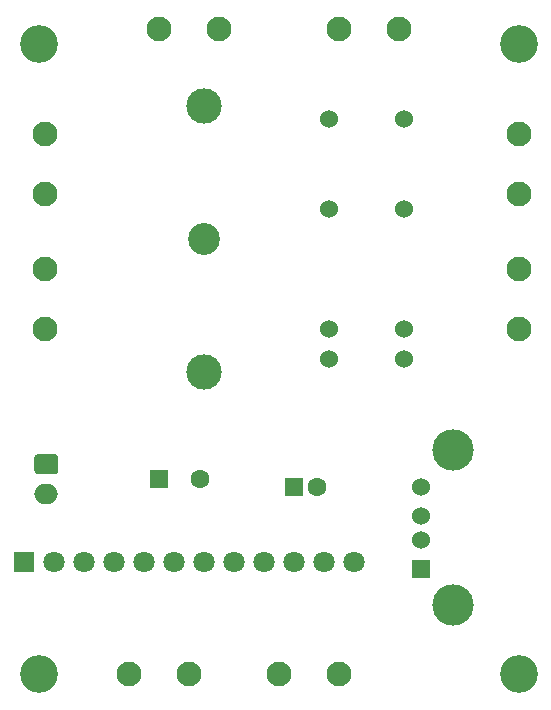
<source format=gbr>
G04 #@! TF.GenerationSoftware,KiCad,Pcbnew,5.1.8*
G04 #@! TF.CreationDate,2021-01-06T23:59:26-05:00*
G04 #@! TF.ProjectId,VoronV0WiringHelper,566f726f-6e56-4305-9769-72696e674865,0*
G04 #@! TF.SameCoordinates,Original*
G04 #@! TF.FileFunction,Soldermask,Bot*
G04 #@! TF.FilePolarity,Negative*
%FSLAX46Y46*%
G04 Gerber Fmt 4.6, Leading zero omitted, Abs format (unit mm)*
G04 Created by KiCad (PCBNEW 5.1.8) date 2021-01-06 23:59:26*
%MOMM*%
%LPD*%
G01*
G04 APERTURE LIST*
%ADD10C,1.800000*%
%ADD11R,1.800000X1.800000*%
%ADD12C,1.524000*%
%ADD13R,1.524000X1.524000*%
%ADD14C,3.500000*%
%ADD15C,2.100000*%
%ADD16R,1.600000X1.600000*%
%ADD17C,1.600000*%
%ADD18O,2.000000X1.700000*%
%ADD19C,3.200000*%
%ADD20C,3.000000*%
%ADD21C,2.700000*%
G04 APERTURE END LIST*
D10*
G04 #@! TO.C,PS1*
X154940000Y-113665000D03*
X152400000Y-113665000D03*
X149860000Y-113665000D03*
X147320000Y-113665000D03*
X144780000Y-113665000D03*
X142240000Y-113665000D03*
X139700000Y-113665000D03*
X137160000Y-113665000D03*
X134620000Y-113665000D03*
X132080000Y-113665000D03*
X129540000Y-113665000D03*
D11*
X127000000Y-113665000D03*
G04 #@! TD*
D12*
G04 #@! TO.C,U1*
X152819100Y-76187300D03*
X152819100Y-83807300D03*
X152819100Y-93967300D03*
X152819100Y-96507300D03*
G04 #@! TD*
G04 #@! TO.C,U2*
X159169100Y-76187300D03*
X159169100Y-83807300D03*
X159169100Y-93967300D03*
X159169100Y-96507300D03*
G04 #@! TD*
G04 #@! TO.C,J10*
X160655000Y-107300000D03*
X160655000Y-109800000D03*
X160655000Y-111800000D03*
D13*
X160655000Y-114300000D03*
D14*
X163365000Y-117370000D03*
X163365000Y-104230000D03*
G04 #@! TD*
D15*
G04 #@! TO.C,J8*
X140970000Y-123190000D03*
X135890000Y-123190000D03*
G04 #@! TD*
G04 #@! TO.C,J1*
X128778000Y-77470000D03*
X128778000Y-82550000D03*
G04 #@! TD*
G04 #@! TO.C,J3*
X128778000Y-88900000D03*
X128778000Y-93980000D03*
G04 #@! TD*
G04 #@! TO.C,J5*
X138430000Y-68580000D03*
X143510000Y-68580000D03*
G04 #@! TD*
G04 #@! TO.C,J6*
X153670000Y-68580000D03*
X158750000Y-68580000D03*
G04 #@! TD*
G04 #@! TO.C,J2*
X168910000Y-82550000D03*
X168910000Y-77470000D03*
G04 #@! TD*
G04 #@! TO.C,J4*
X168910000Y-93980000D03*
X168910000Y-88900000D03*
G04 #@! TD*
G04 #@! TO.C,J9*
X153670000Y-123190000D03*
X148590000Y-123190000D03*
G04 #@! TD*
D16*
G04 #@! TO.C,C2*
X149860000Y-107315000D03*
D17*
X151860000Y-107315000D03*
G04 #@! TD*
D18*
G04 #@! TO.C,J7*
X128905000Y-107910000D03*
G36*
G01*
X128155000Y-104560000D02*
X129655000Y-104560000D01*
G75*
G02*
X129905000Y-104810000I0J-250000D01*
G01*
X129905000Y-106010000D01*
G75*
G02*
X129655000Y-106260000I-250000J0D01*
G01*
X128155000Y-106260000D01*
G75*
G02*
X127905000Y-106010000I0J250000D01*
G01*
X127905000Y-104810000D01*
G75*
G02*
X128155000Y-104560000I250000J0D01*
G01*
G37*
G04 #@! TD*
D16*
G04 #@! TO.C,C1*
X138430000Y-106680000D03*
D17*
X141930000Y-106680000D03*
G04 #@! TD*
D19*
G04 #@! TO.C,REF\u002A\u002A*
X168910000Y-123190000D03*
G04 #@! TD*
G04 #@! TO.C,REF\u002A\u002A*
X168910000Y-69850000D03*
G04 #@! TD*
G04 #@! TO.C,REF\u002A\u002A*
X128270000Y-69850000D03*
G04 #@! TD*
G04 #@! TO.C,REF\u002A\u002A*
X128270000Y-123190000D03*
G04 #@! TD*
D20*
G04 #@! TO.C,F1*
X142240000Y-97610000D03*
X142240000Y-75110000D03*
D21*
X142240000Y-86360000D03*
G04 #@! TD*
M02*

</source>
